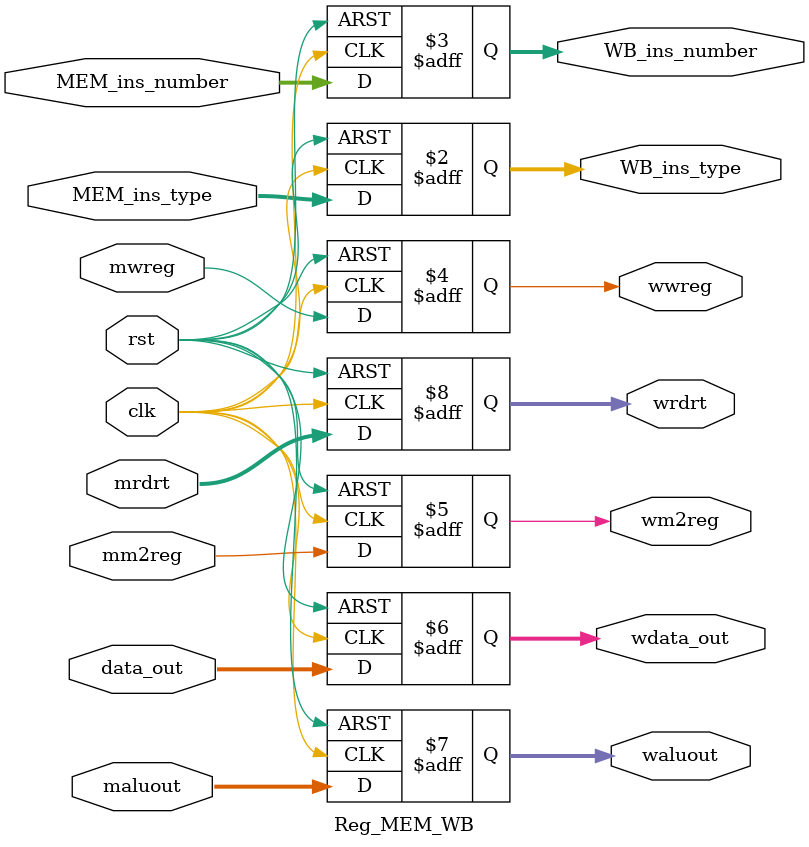
<source format=v>
`timescale 1ns / 1ps
module wb_stage(clk,  rst,mem_destR, mem_aluR, mem_mdata, mem_wreg, mem_m2reg, wb_wreg, 
				wb_dest, wb_destR, MEM_ins_type, MEM_ins_number, WB_ins_type, WB_ins_number);
	input clk,rst;
	input[4:0] mem_destR;
	input[31:0] mem_aluR;
	input[31:0] mem_mdata;
	input mem_wreg;
	input mem_m2reg;
	
	input[3:0] MEM_ins_type;
	input[3:0]	MEM_ins_number;
	output[3:0] WB_ins_type;
	output[3:0] WB_ins_number;
	
	output wb_wreg;
	output[4:0] wb_destR;
	output[31:0] wb_dest;

	wire wm2reg;
	wire [31:0] 	wdata_out,waluout;
	
	assign wb_dest=wm2reg?wdata_out:waluout;
	
	Reg_MEM_WB x_Reg_MEM_WB(clk,	rst,mem_wreg,mem_m2reg,mem_mdata,mem_aluR,mem_destR,	//inputs
											wb_wreg,wm2reg,wdata_out,waluout,wb_destR,		 //outputs
											MEM_ins_type, MEM_ins_number, WB_ins_type, WB_ins_number);	
endmodule

module Reg_MEM_WB(clk,	rst,mwreg,mm2reg,data_out,maluout,mrdrt,	//inputs
								wwreg,wm2reg,wdata_out,waluout,wrdrt, //outputs
								MEM_ins_type, MEM_ins_number, WB_ins_type, WB_ins_number);	
	input clk,	rst,mwreg,mm2reg;
	input [31:0]	data_out,maluout;
	input [4:0]		mrdrt;
	
	input[3:0] MEM_ins_type;
	input[3:0]	MEM_ins_number;
	output[3:0] WB_ins_type;
	output[3:0] WB_ins_number;
	
	output wwreg,wm2reg;
	output [31:0]	wdata_out,waluout;
	output [4:0]		wrdrt;	

	reg wwreg,wm2reg;
	reg [31:0]	wdata_out,waluout;
	reg [4:0]		wrdrt;	
	reg[3:0] WB_ins_type;
	reg[3:0] WB_ins_number;
	
	always@(posedge clk or posedge rst)	begin
		if(rst) begin
			wwreg <= 0;
			wm2reg <= 0;
			wdata_out <= 0;
			waluout <= 0;
			wrdrt <= 0;
			WB_ins_type <= 0;
			WB_ins_number <= 0;		
		end
		else begin
			wwreg <= mwreg;
			wm2reg <= mm2reg;
			wdata_out <= data_out;
			waluout <= maluout;
			wrdrt <= mrdrt;
			WB_ins_type <= MEM_ins_type;
			WB_ins_number <= MEM_ins_number;
		end
	end
endmodule

</source>
